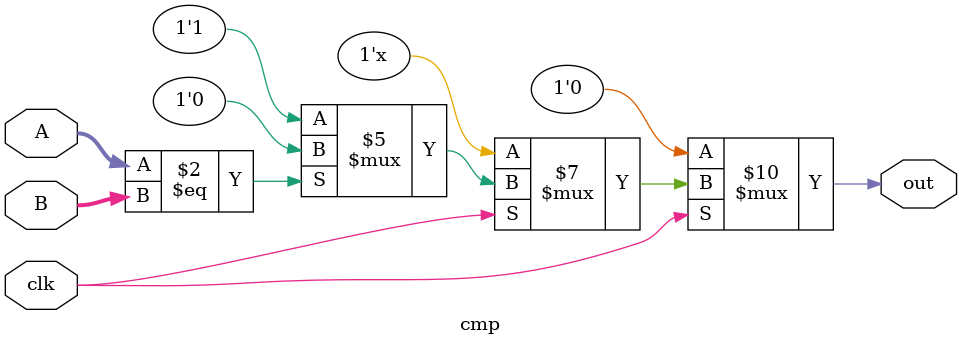
<source format=v>
module cmp(
	clk,
	A,
	B,
	out
	);

	input clk;
	input [3:0] A;
	input [3:0] B;

	output out;
	reg out;
	
	always @ (clk)
	if(clk)
	begin
		if(A == B)
			out = 1'b0;
		else
			out = 1'b1;
		end
	else
	out = 1'b0;
endmodule
</source>
